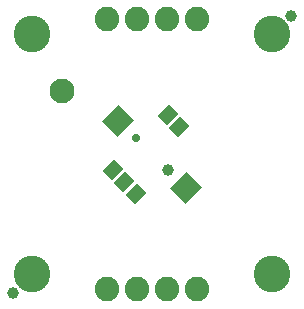
<source format=gts>
%TF.GenerationSoftware,KiCad,Pcbnew,8.0.6*%
%TF.CreationDate,2024-11-09T20:31:53-07:00*%
%TF.ProjectId,SparkFun_Qwiic_Navigation,53706172-6b46-4756-9e5f-51776969635f,rev?*%
%TF.SameCoordinates,Original*%
%TF.FileFunction,Soldermask,Top*%
%TF.FilePolarity,Negative*%
%FSLAX46Y46*%
G04 Gerber Fmt 4.6, Leading zero omitted, Abs format (unit mm)*
G04 Created by KiCad (PCBNEW 8.0.6) date 2024-11-09 20:31:53*
%MOMM*%
%LPD*%
G01*
G04 APERTURE LIST*
G04 Aperture macros list*
%AMRotRect*
0 Rectangle, with rotation*
0 The origin of the aperture is its center*
0 $1 length*
0 $2 width*
0 $3 Rotation angle, in degrees counterclockwise*
0 Add horizontal line*
21,1,$1,$2,0,0,$3*%
G04 Aperture macros list end*
%ADD10C,1.000000*%
%ADD11C,3.100000*%
%ADD12C,0.700000*%
%ADD13RotRect,1.400000X1.100000X225.000000*%
%ADD14RotRect,2.000000X1.800000X225.000000*%
%ADD15C,2.082800*%
%ADD16C,2.100000*%
G04 APERTURE END LIST*
D10*
%TO.C,FID3*%
X952500Y952500D03*
%TD*%
%TO.C,FID4*%
X24447500Y24447500D03*
%TD*%
D11*
%TO.C,ST2*%
X22860000Y22860000D03*
%TD*%
D10*
%TO.C,SW2*%
X14043503Y11356497D03*
D12*
X11356497Y14043503D03*
D13*
X9376598Y11356497D03*
X10366548Y10366548D03*
X11356497Y9376598D03*
X14043503Y16023402D03*
X15033452Y15033452D03*
D14*
X9836218Y15563782D03*
X15563782Y9836218D03*
%TD*%
D15*
%TO.C,J5*%
X8890000Y1270000D03*
X11430000Y1270000D03*
X13970000Y1270000D03*
X16510000Y1270000D03*
%TD*%
D11*
%TO.C,ST1*%
X2540000Y22860000D03*
%TD*%
%TO.C,ST3*%
X2540000Y2540000D03*
%TD*%
D15*
%TO.C,J2*%
X8890000Y24130000D03*
X11430000Y24130000D03*
X13970000Y24130000D03*
X16510000Y24130000D03*
%TD*%
D11*
%TO.C,ST4*%
X22860000Y2540000D03*
%TD*%
D16*
%TO.C,D2*%
X5080000Y18097500D03*
%TD*%
M02*

</source>
